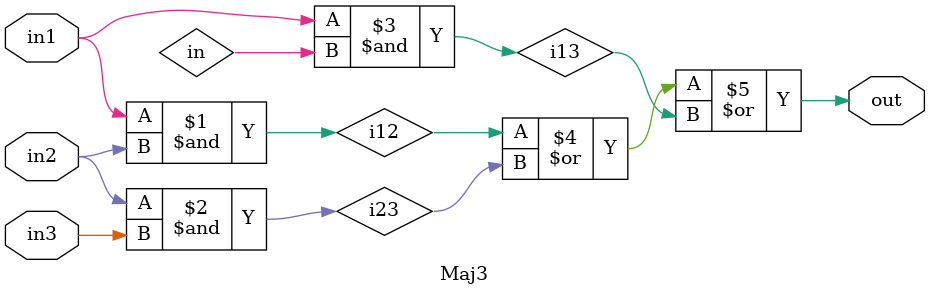
<source format=sv>
/* 3-input Majority gate.
 *
 *
 */
module Maj3 #(
    parameter WIDTH = 1
)(
    input  wire [WIDTH-1:0] in1,
    input  wire [WIDTH-1:0] in2,
    input  wire [WIDTH-1:0] in3,
    output wire [WIDTH-1:0] out
);

    and _and12(i12, in1, in2);
    and _and23(i23, in2, in3);
    and _and13(i13, in1, in);

    or _or12_23_13(out, i12, i23, i13);

endmodule

</source>
